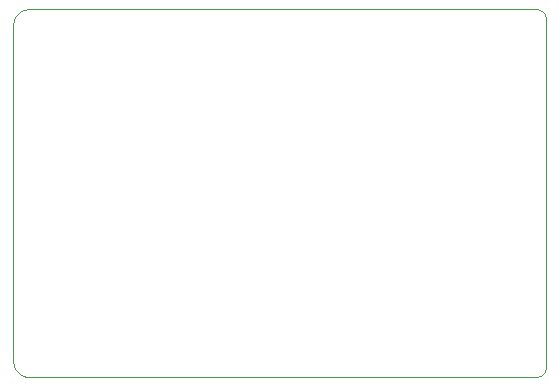
<source format=gko>
G75*
%MOIN*%
%OFA0B0*%
%FSLAX24Y24*%
%IPPOS*%
%LPD*%
%AMOC8*
5,1,8,0,0,1.08239X$1,22.5*
%
%ADD10C,0.0000*%
D10*
X001017Y002037D02*
X017955Y002037D01*
X017955Y002036D02*
X017988Y002038D01*
X018020Y002043D01*
X018052Y002051D01*
X018082Y002063D01*
X018112Y002078D01*
X018139Y002096D01*
X018164Y002116D01*
X018188Y002140D01*
X018208Y002165D01*
X018226Y002192D01*
X018241Y002222D01*
X018253Y002252D01*
X018261Y002284D01*
X018266Y002316D01*
X018268Y002349D01*
X018267Y002349D02*
X018267Y013974D01*
X018268Y013974D02*
X018266Y014007D01*
X018261Y014039D01*
X018253Y014071D01*
X018241Y014101D01*
X018226Y014131D01*
X018208Y014158D01*
X018188Y014183D01*
X018164Y014207D01*
X018139Y014227D01*
X018112Y014245D01*
X018082Y014260D01*
X018052Y014272D01*
X018020Y014280D01*
X017988Y014285D01*
X017955Y014287D01*
X001017Y014287D01*
X000973Y014285D01*
X000930Y014279D01*
X000888Y014270D01*
X000846Y014257D01*
X000806Y014240D01*
X000767Y014220D01*
X000730Y014197D01*
X000696Y014170D01*
X000663Y014141D01*
X000634Y014108D01*
X000607Y014074D01*
X000584Y014037D01*
X000564Y013998D01*
X000547Y013958D01*
X000534Y013916D01*
X000525Y013874D01*
X000519Y013831D01*
X000517Y013787D01*
X000517Y002537D01*
X000519Y002493D01*
X000525Y002450D01*
X000534Y002408D01*
X000547Y002366D01*
X000564Y002326D01*
X000584Y002287D01*
X000607Y002250D01*
X000634Y002216D01*
X000663Y002183D01*
X000696Y002154D01*
X000730Y002127D01*
X000767Y002104D01*
X000806Y002084D01*
X000846Y002067D01*
X000888Y002054D01*
X000930Y002045D01*
X000973Y002039D01*
X001017Y002037D01*
M02*

</source>
